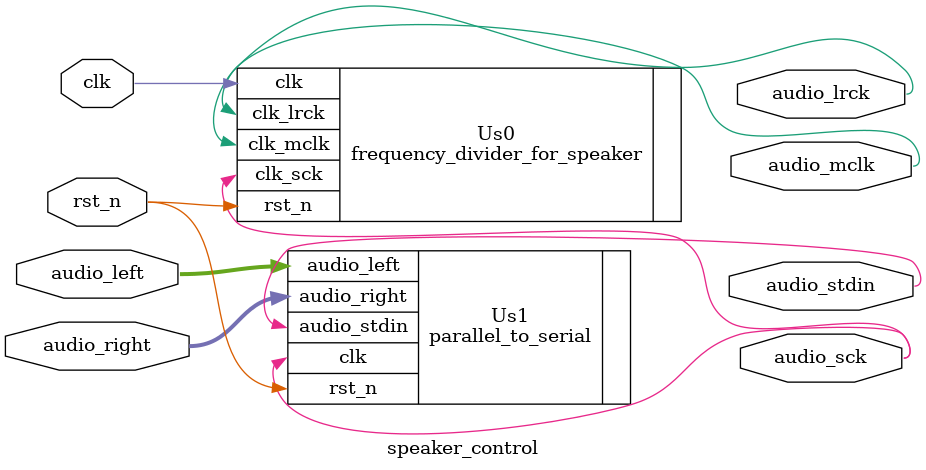
<source format=v>
`timescale 1ns / 1ps

module speaker_control(    
    audio_mclk,
    audio_lrck,
    audio_sck,
    audio_stdin,
    audio_left,
    audio_right,
    clk,
    rst_n
);
output audio_mclk, audio_lrck, audio_sck, audio_stdin;
input [15:0] audio_left, audio_right;
input clk, rst_n;
wire audio_sck;

frequency_divider_for_speaker Us0(    
    .clk_mclk(audio_mclk),       //generated 25MHz clock
    .clk_lrck(audio_lrck),       //generated 25MHz/128 clock
    .clk_sck(audio_sck),         //generated 25MHz/4 clock
    .clk(clk),                   //clock from crystal
    .rst_n(rst_n)                //active low reset
);

parallel_to_serial Us1(
    .audio_stdin(audio_stdin),
    .audio_left(audio_left),
    .audio_right(audio_right),
    .clk(audio_sck),              // 25MHz / 4
    .rst_n(rst_n)
);

endmodule
</source>
